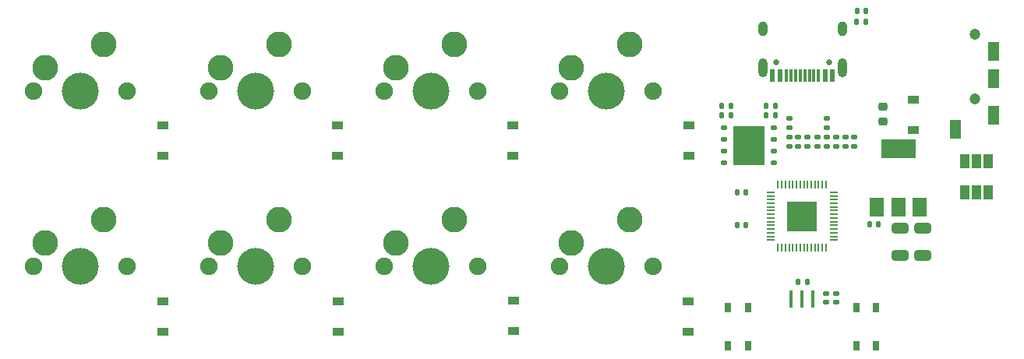
<source format=gbr>
%TF.GenerationSoftware,KiCad,Pcbnew,7.0.7*%
%TF.CreationDate,2023-12-20T03:25:26+09:00*%
%TF.ProjectId,RP2040_8key,52503230-3430-45f3-986b-65792e6b6963,rev?*%
%TF.SameCoordinates,Original*%
%TF.FileFunction,Soldermask,Top*%
%TF.FilePolarity,Negative*%
%FSLAX46Y46*%
G04 Gerber Fmt 4.6, Leading zero omitted, Abs format (unit mm)*
G04 Created by KiCad (PCBNEW 7.0.7) date 2023-12-20 03:25:26*
%MOMM*%
%LPD*%
G01*
G04 APERTURE LIST*
G04 Aperture macros list*
%AMRoundRect*
0 Rectangle with rounded corners*
0 $1 Rounding radius*
0 $2 $3 $4 $5 $6 $7 $8 $9 X,Y pos of 4 corners*
0 Add a 4 corners polygon primitive as box body*
4,1,4,$2,$3,$4,$5,$6,$7,$8,$9,$2,$3,0*
0 Add four circle primitives for the rounded corners*
1,1,$1+$1,$2,$3*
1,1,$1+$1,$4,$5*
1,1,$1+$1,$6,$7*
1,1,$1+$1,$8,$9*
0 Add four rect primitives between the rounded corners*
20,1,$1+$1,$2,$3,$4,$5,0*
20,1,$1+$1,$4,$5,$6,$7,0*
20,1,$1+$1,$6,$7,$8,$9,0*
20,1,$1+$1,$8,$9,$2,$3,0*%
G04 Aperture macros list end*
%ADD10RoundRect,0.250000X-0.650000X0.325000X-0.650000X-0.325000X0.650000X-0.325000X0.650000X0.325000X0*%
%ADD11R,1.000000X1.500000*%
%ADD12RoundRect,0.125000X-0.250000X-0.125000X0.250000X-0.125000X0.250000X0.125000X-0.250000X0.125000X0*%
%ADD13R,3.400000X4.300000*%
%ADD14C,1.910000*%
%ADD15C,4.000000*%
%ADD16C,2.800000*%
%ADD17RoundRect,0.135000X-0.135000X-0.185000X0.135000X-0.185000X0.135000X0.185000X-0.135000X0.185000X0*%
%ADD18C,0.650000*%
%ADD19R,0.600000X1.450000*%
%ADD20R,0.300000X1.450000*%
%ADD21O,1.000000X2.100000*%
%ADD22O,1.000000X1.600000*%
%ADD23R,1.200000X0.900000*%
%ADD24RoundRect,0.218750X-0.256250X0.218750X-0.256250X-0.218750X0.256250X-0.218750X0.256250X0.218750X0*%
%ADD25RoundRect,0.147500X0.147500X0.172500X-0.147500X0.172500X-0.147500X-0.172500X0.147500X-0.172500X0*%
%ADD26RoundRect,0.135000X0.135000X0.185000X-0.135000X0.185000X-0.135000X-0.185000X0.135000X-0.185000X0*%
%ADD27R,1.500000X2.000000*%
%ADD28R,3.800000X2.000000*%
%ADD29RoundRect,0.135000X0.185000X-0.135000X0.185000X0.135000X-0.185000X0.135000X-0.185000X-0.135000X0*%
%ADD30R,0.650000X1.050000*%
%ADD31RoundRect,0.140000X0.170000X-0.140000X0.170000X0.140000X-0.170000X0.140000X-0.170000X-0.140000X0*%
%ADD32RoundRect,0.140000X0.140000X0.170000X-0.140000X0.170000X-0.140000X-0.170000X0.140000X-0.170000X0*%
%ADD33RoundRect,0.140000X-0.170000X0.140000X-0.170000X-0.140000X0.170000X-0.140000X0.170000X0.140000X0*%
%ADD34RoundRect,0.140000X-0.140000X-0.170000X0.140000X-0.170000X0.140000X0.170000X-0.140000X0.170000X0*%
%ADD35RoundRect,0.050000X-0.387500X-0.050000X0.387500X-0.050000X0.387500X0.050000X-0.387500X0.050000X0*%
%ADD36RoundRect,0.050000X-0.050000X-0.387500X0.050000X-0.387500X0.050000X0.387500X-0.050000X0.387500X0*%
%ADD37R,3.200000X3.200000*%
%ADD38RoundRect,0.135000X-0.185000X0.135000X-0.185000X-0.135000X0.185000X-0.135000X0.185000X0.135000X0*%
%ADD39R,0.400000X1.900000*%
%ADD40C,1.200000*%
%ADD41R,1.200000X2.100000*%
G04 APERTURE END LIST*
D10*
%TO.C,C2*%
X189100000Y-114925000D03*
X189100000Y-117875000D03*
%TD*%
%TO.C,C1*%
X191600000Y-114925000D03*
X191600000Y-117875000D03*
%TD*%
D11*
%TO.C,J4*%
X196100000Y-107650000D03*
X197400000Y-107650000D03*
X198700000Y-107650000D03*
%TD*%
D12*
%TO.C,U3*%
X169950000Y-103995000D03*
X169950000Y-105265000D03*
X169950000Y-106535000D03*
X169950000Y-107805000D03*
X175350000Y-107805000D03*
X175350000Y-106535000D03*
X175350000Y-105265000D03*
X175350000Y-103995000D03*
D13*
X172650000Y-105900000D03*
%TD*%
D14*
%TO.C,SW5*%
X94920000Y-119050000D03*
D15*
X100000000Y-119050000D03*
D14*
X105080000Y-119050000D03*
D16*
X96190000Y-116510000D03*
X102540000Y-113970000D03*
%TD*%
D17*
%TO.C,R1*%
X184390000Y-92500000D03*
X185410000Y-92500000D03*
%TD*%
D18*
%TO.C,J1*%
X181390000Y-96900000D03*
X175610000Y-96900000D03*
D19*
X181750000Y-98345000D03*
X180950000Y-98345000D03*
D20*
X179750000Y-98345000D03*
X178750000Y-98345000D03*
X178250000Y-98345000D03*
X177250000Y-98345000D03*
D19*
X176050000Y-98345000D03*
X175250000Y-98345000D03*
X175250000Y-98345000D03*
X176050000Y-98345000D03*
D20*
X176750000Y-98345000D03*
X177750000Y-98345000D03*
X179250000Y-98345000D03*
X180250000Y-98345000D03*
D19*
X180950000Y-98345000D03*
X181750000Y-98345000D03*
D21*
X182820000Y-97430000D03*
D22*
X182820000Y-93250000D03*
D21*
X174180000Y-97430000D03*
D22*
X174180000Y-93250000D03*
%TD*%
D23*
%TO.C,SD1*%
X190550000Y-104200000D03*
X190550000Y-100900000D03*
%TD*%
D14*
%TO.C,SW8*%
X152070000Y-119050000D03*
D15*
X157150000Y-119050000D03*
D14*
X162230000Y-119050000D03*
D16*
X153340000Y-116510000D03*
X159690000Y-113970000D03*
%TD*%
D24*
%TO.C,F1*%
X187250000Y-101712500D03*
X187250000Y-103287500D03*
%TD*%
D25*
%TO.C,STLED1*%
X185385000Y-91300000D03*
X184415000Y-91300000D03*
%TD*%
D23*
%TO.C,D7*%
X147100000Y-126100000D03*
X147100000Y-122800000D03*
%TD*%
%TO.C,D1*%
X109000000Y-107050000D03*
X109000000Y-103750000D03*
%TD*%
%TO.C,D8*%
X166100000Y-126150000D03*
X166100000Y-122850000D03*
%TD*%
D26*
%TO.C,R7*%
X170760000Y-101600000D03*
X169740000Y-101600000D03*
%TD*%
D27*
%TO.C,U1*%
X186600000Y-112600000D03*
X188900000Y-112600000D03*
X191200000Y-112600000D03*
D28*
X188900000Y-106300000D03*
%TD*%
D29*
%TO.C,R5*%
X180150000Y-106010000D03*
X180150000Y-104990000D03*
%TD*%
D30*
%TO.C,SW9*%
X170425000Y-127675000D03*
X170425000Y-123525000D03*
X172575000Y-127675000D03*
X172575000Y-123525000D03*
%TD*%
D31*
%TO.C,C6*%
X183150000Y-105980000D03*
X183150000Y-105020000D03*
%TD*%
D32*
%TO.C,C15*%
X175530000Y-102600000D03*
X174570000Y-102600000D03*
%TD*%
D14*
%TO.C,SW4*%
X152070000Y-100000000D03*
D15*
X157150000Y-100000000D03*
D14*
X162230000Y-100000000D03*
D16*
X153340000Y-97460000D03*
X159690000Y-94920000D03*
%TD*%
D33*
%TO.C,C4*%
X182150000Y-122020000D03*
X182150000Y-122980000D03*
%TD*%
D26*
%TO.C,R6*%
X179010000Y-120750000D03*
X177990000Y-120750000D03*
%TD*%
%TO.C,R8*%
X170760000Y-102600000D03*
X169740000Y-102600000D03*
%TD*%
D14*
%TO.C,SW3*%
X133020000Y-100000000D03*
D15*
X138100000Y-100000000D03*
D14*
X143180000Y-100000000D03*
D16*
X134290000Y-97460000D03*
X140640000Y-94920000D03*
%TD*%
D31*
%TO.C,C7*%
X184150000Y-105980000D03*
X184150000Y-105020000D03*
%TD*%
D34*
%TO.C,C8*%
X185770000Y-114500000D03*
X186730000Y-114500000D03*
%TD*%
D35*
%TO.C,U2*%
X175012500Y-111000000D03*
X175012500Y-111400000D03*
X175012500Y-111800000D03*
X175012500Y-112200000D03*
X175012500Y-112600000D03*
X175012500Y-113000000D03*
X175012500Y-113400000D03*
X175012500Y-113800000D03*
X175012500Y-114200000D03*
X175012500Y-114600000D03*
X175012500Y-115000000D03*
X175012500Y-115400000D03*
X175012500Y-115800000D03*
X175012500Y-116200000D03*
D36*
X175850000Y-117037500D03*
X176250000Y-117037500D03*
X176650000Y-117037500D03*
X177050000Y-117037500D03*
X177450000Y-117037500D03*
X177850000Y-117037500D03*
X178250000Y-117037500D03*
X178650000Y-117037500D03*
X179050000Y-117037500D03*
X179450000Y-117037500D03*
X179850000Y-117037500D03*
X180250000Y-117037500D03*
X180650000Y-117037500D03*
X181050000Y-117037500D03*
D35*
X181887500Y-116200000D03*
X181887500Y-115800000D03*
X181887500Y-115400000D03*
X181887500Y-115000000D03*
X181887500Y-114600000D03*
X181887500Y-114200000D03*
X181887500Y-113800000D03*
X181887500Y-113400000D03*
X181887500Y-113000000D03*
X181887500Y-112600000D03*
X181887500Y-112200000D03*
X181887500Y-111800000D03*
X181887500Y-111400000D03*
X181887500Y-111000000D03*
D36*
X181050000Y-110162500D03*
X180650000Y-110162500D03*
X180250000Y-110162500D03*
X179850000Y-110162500D03*
X179450000Y-110162500D03*
X179050000Y-110162500D03*
X178650000Y-110162500D03*
X178250000Y-110162500D03*
X177850000Y-110162500D03*
X177450000Y-110162500D03*
X177050000Y-110162500D03*
X176650000Y-110162500D03*
X176250000Y-110162500D03*
X175850000Y-110162500D03*
D37*
X178450000Y-113600000D03*
%TD*%
D23*
%TO.C,D2*%
X128000000Y-107050000D03*
X128000000Y-103750000D03*
%TD*%
D32*
%TO.C,C11*%
X172330000Y-111000000D03*
X171370000Y-111000000D03*
%TD*%
D31*
%TO.C,C5*%
X178050000Y-105980000D03*
X178050000Y-105020000D03*
%TD*%
D14*
%TO.C,SW6*%
X113970000Y-119050000D03*
D15*
X119050000Y-119050000D03*
D14*
X124130000Y-119050000D03*
D16*
X115240000Y-116510000D03*
X121590000Y-113970000D03*
%TD*%
D32*
%TO.C,C14*%
X175530000Y-101600000D03*
X174570000Y-101600000D03*
%TD*%
D33*
%TO.C,C9*%
X181050000Y-122020000D03*
X181050000Y-122980000D03*
%TD*%
D23*
%TO.C,D5*%
X109000000Y-126150000D03*
X109000000Y-122850000D03*
%TD*%
D38*
%TO.C,R2*%
X181150000Y-102990000D03*
X181150000Y-104010000D03*
%TD*%
D32*
%TO.C,C10*%
X172330000Y-114600000D03*
X171370000Y-114600000D03*
%TD*%
D23*
%TO.C,D3*%
X147000000Y-107050000D03*
X147000000Y-103750000D03*
%TD*%
D30*
%TO.C,SW10*%
X184325000Y-127675000D03*
X184325000Y-123525000D03*
X186475000Y-127675000D03*
X186475000Y-123525000D03*
%TD*%
D11*
%TO.C,J3*%
X196100000Y-111050000D03*
X197400000Y-111050000D03*
X198700000Y-111050000D03*
%TD*%
D29*
%TO.C,R4*%
X179050000Y-106010000D03*
X179050000Y-104990000D03*
%TD*%
D23*
%TO.C,D6*%
X128100000Y-126150000D03*
X128100000Y-122850000D03*
%TD*%
D31*
%TO.C,C3*%
X177050000Y-105980000D03*
X177050000Y-105020000D03*
%TD*%
D23*
%TO.C,D4*%
X166200000Y-107050000D03*
X166200000Y-103750000D03*
%TD*%
D31*
%TO.C,C13*%
X182150000Y-105980000D03*
X182150000Y-105020000D03*
%TD*%
D39*
%TO.C,Y1*%
X177250000Y-122600000D03*
X178450000Y-122600000D03*
X179650000Y-122600000D03*
%TD*%
D14*
%TO.C,SW2*%
X113970000Y-100000000D03*
D15*
X119050000Y-100000000D03*
D14*
X124130000Y-100000000D03*
D16*
X115240000Y-97460000D03*
X121590000Y-94920000D03*
%TD*%
D14*
%TO.C,SW1*%
X94920000Y-100000000D03*
D15*
X100000000Y-100000000D03*
D14*
X105080000Y-100000000D03*
D16*
X96190000Y-97460000D03*
X102540000Y-94920000D03*
%TD*%
D38*
%TO.C,R3*%
X177050000Y-102990000D03*
X177050000Y-104010000D03*
%TD*%
D40*
%TO.C,J2*%
X197200000Y-93850000D03*
X197200000Y-100850000D03*
D41*
X199300000Y-98650000D03*
X199300000Y-95650000D03*
X195100000Y-104150000D03*
X199300000Y-102650000D03*
%TD*%
D14*
%TO.C,SW7*%
X133020000Y-119050000D03*
D15*
X138100000Y-119050000D03*
D14*
X143180000Y-119050000D03*
D16*
X134290000Y-116510000D03*
X140640000Y-113970000D03*
%TD*%
D31*
%TO.C,C12*%
X181150000Y-105980000D03*
X181150000Y-105020000D03*
%TD*%
M02*

</source>
